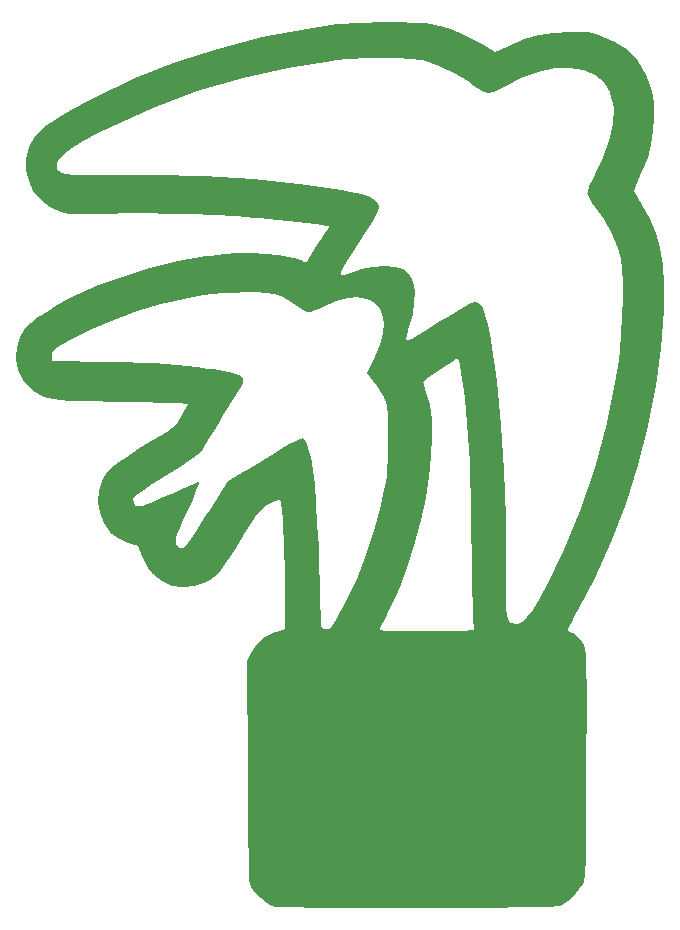
<source format=gto>
G04 #@! TF.GenerationSoftware,KiCad,Pcbnew,(6.0.10-0)*
G04 #@! TF.CreationDate,2023-09-13T21:46:27+02:00*
G04 #@! TF.ProjectId,SwiftLeeds,53776966-744c-4656-9564-732e6b696361,rev?*
G04 #@! TF.SameCoordinates,Original*
G04 #@! TF.FileFunction,Legend,Top*
G04 #@! TF.FilePolarity,Positive*
%FSLAX46Y46*%
G04 Gerber Fmt 4.6, Leading zero omitted, Abs format (unit mm)*
G04 Created by KiCad (PCBNEW (6.0.10-0)) date 2023-09-13 21:46:27*
%MOMM*%
%LPD*%
G01*
G04 APERTURE LIST*
G04 APERTURE END LIST*
G36*
X136331892Y-88789405D02*
G01*
X136324678Y-87734802D01*
X136304319Y-86641949D01*
X136272733Y-85548684D01*
X136231842Y-84492845D01*
X136183567Y-83512267D01*
X136129828Y-82644788D01*
X136072546Y-81928246D01*
X136013641Y-81400477D01*
X135955035Y-81099318D01*
X135939636Y-81061989D01*
X135798642Y-81019939D01*
X135487564Y-81129136D01*
X134983070Y-81397841D01*
X134970111Y-81405324D01*
X134656712Y-81592141D01*
X134401922Y-81769991D01*
X134173747Y-81977921D01*
X133940194Y-82254981D01*
X133669270Y-82640220D01*
X133328980Y-83172688D01*
X132887332Y-83891432D01*
X132754276Y-84109822D01*
X132145546Y-85102365D01*
X131649876Y-85888071D01*
X131242428Y-86497556D01*
X130898361Y-86961438D01*
X130592837Y-87310337D01*
X130301016Y-87574871D01*
X129998057Y-87785657D01*
X129659123Y-87973314D01*
X129592813Y-88006780D01*
X128638113Y-88347147D01*
X127670511Y-88440400D01*
X126734406Y-88294122D01*
X125874198Y-87915895D01*
X125134284Y-87313299D01*
X125061570Y-87232988D01*
X124750223Y-86816197D01*
X124443442Y-86303943D01*
X124184491Y-85781068D01*
X124016634Y-85332409D01*
X123976476Y-85105135D01*
X123864240Y-84904820D01*
X123666216Y-84863523D01*
X123249349Y-84777858D01*
X122721521Y-84556066D01*
X122175031Y-84246647D01*
X121702179Y-83898102D01*
X121545141Y-83748975D01*
X120999890Y-82994302D01*
X120653542Y-82126322D01*
X120507615Y-81201575D01*
X120563629Y-80276603D01*
X120823103Y-79407945D01*
X121287556Y-78652140D01*
X121404652Y-78520055D01*
X121711531Y-78254003D01*
X122241648Y-77865749D01*
X122978223Y-77366478D01*
X123904475Y-76767378D01*
X125003624Y-76079637D01*
X125760000Y-75616403D01*
X126344956Y-75253094D01*
X126751547Y-74969010D01*
X127039709Y-74706945D01*
X127269380Y-74409693D01*
X127500500Y-74020049D01*
X127574952Y-73884180D01*
X128085579Y-72944922D01*
X127300357Y-72868955D01*
X126978793Y-72848742D01*
X126420491Y-72825693D01*
X125663279Y-72800873D01*
X124744986Y-72775351D01*
X123703441Y-72750194D01*
X122576472Y-72726468D01*
X121641081Y-72709276D01*
X120231346Y-72683534D01*
X119066586Y-72656087D01*
X118117198Y-72622142D01*
X117353580Y-72576910D01*
X116746131Y-72515600D01*
X116265247Y-72433420D01*
X115881326Y-72325581D01*
X115564766Y-72187291D01*
X115285965Y-72013760D01*
X115015320Y-71800197D01*
X114787994Y-71600191D01*
X114158503Y-70861720D01*
X113749012Y-70007310D01*
X113562960Y-69086959D01*
X113574758Y-68816398D01*
X116584730Y-68816398D01*
X116587793Y-68849970D01*
X116629730Y-69281621D01*
X121366486Y-69366649D01*
X122878532Y-69397237D01*
X124164278Y-69432322D01*
X125272019Y-69475276D01*
X126250046Y-69529467D01*
X127146655Y-69598268D01*
X128010137Y-69685047D01*
X128888786Y-69793177D01*
X129830896Y-69926026D01*
X130222162Y-69984690D01*
X131186806Y-70139347D01*
X131902267Y-70282371D01*
X132392306Y-70432185D01*
X132680685Y-70607213D01*
X132791166Y-70825879D01*
X132747509Y-71106607D01*
X132573477Y-71467820D01*
X132435083Y-71700504D01*
X132173260Y-72124224D01*
X131816906Y-72698422D01*
X131417157Y-73340802D01*
X131101314Y-73847147D01*
X130698169Y-74499131D01*
X130294159Y-75163530D01*
X129942638Y-75752047D01*
X129741622Y-76097383D01*
X129554273Y-76414939D01*
X129369260Y-76687026D01*
X129155815Y-76938309D01*
X128883171Y-77193457D01*
X128520560Y-77477135D01*
X128037217Y-77814011D01*
X127402374Y-78228751D01*
X126585264Y-78746023D01*
X125912850Y-79167027D01*
X125070395Y-79704179D01*
X124380532Y-80166007D01*
X123865516Y-80536607D01*
X123547604Y-80800075D01*
X123448997Y-80927783D01*
X123498553Y-81218344D01*
X123631809Y-81432340D01*
X123732356Y-81529638D01*
X123848866Y-81586196D01*
X124013947Y-81591903D01*
X124260208Y-81536643D01*
X124620260Y-81410304D01*
X125126710Y-81202770D01*
X125812167Y-80903930D01*
X126709242Y-80503667D01*
X126895984Y-80419944D01*
X127583627Y-80113525D01*
X128180832Y-79851132D01*
X128643939Y-79651649D01*
X128929287Y-79533963D01*
X128999020Y-79510270D01*
X129032261Y-79559184D01*
X129000123Y-79723672D01*
X128892351Y-80030351D01*
X128698687Y-80505840D01*
X128408876Y-81176758D01*
X128013859Y-82067040D01*
X127705229Y-82767450D01*
X127432620Y-83404960D01*
X127218388Y-83925855D01*
X127084888Y-84276420D01*
X127056014Y-84368553D01*
X127059074Y-84766407D01*
X127254225Y-85046995D01*
X127552327Y-85139459D01*
X127658507Y-85124443D01*
X127773153Y-85062665D01*
X127914546Y-84929033D01*
X128100964Y-84698454D01*
X128350686Y-84345833D01*
X128681991Y-83846079D01*
X129113157Y-83174098D01*
X129662465Y-82304797D01*
X129947568Y-81851305D01*
X131457838Y-79446935D01*
X132968108Y-78579524D01*
X133738235Y-78127844D01*
X134611336Y-77601130D01*
X135461456Y-77075979D01*
X135963970Y-76757678D01*
X136681658Y-76309263D01*
X137212199Y-76013258D01*
X137588973Y-75858461D01*
X137845362Y-75833670D01*
X138014748Y-75927682D01*
X138092144Y-76043513D01*
X138300571Y-76603113D01*
X138492631Y-77424663D01*
X138667040Y-78495933D01*
X138822513Y-79804691D01*
X138957764Y-81338707D01*
X139071507Y-83085751D01*
X139162459Y-85033592D01*
X139218978Y-86766442D01*
X139251749Y-87912547D01*
X139285797Y-88972656D01*
X139319825Y-89915278D01*
X139352537Y-90708926D01*
X139382636Y-91322109D01*
X139408826Y-91723339D01*
X139429573Y-91880767D01*
X139612574Y-91978376D01*
X139821561Y-92004324D01*
X140049431Y-91933731D01*
X140295907Y-91694325D01*
X140602967Y-91244671D01*
X140621314Y-91214865D01*
X141527078Y-89582738D01*
X142383734Y-87735772D01*
X143169545Y-85732354D01*
X143862777Y-83630870D01*
X144441695Y-81489708D01*
X144733756Y-80167509D01*
X144848792Y-79550679D01*
X144932541Y-78973134D01*
X144989662Y-78371140D01*
X145024814Y-77680962D01*
X145042657Y-76838867D01*
X145047793Y-75871892D01*
X145047654Y-74936782D01*
X145042063Y-74230692D01*
X145026138Y-73708050D01*
X144995000Y-73323282D01*
X144943766Y-73030814D01*
X144867557Y-72785074D01*
X144761492Y-72540487D01*
X144671045Y-72354059D01*
X144365008Y-71795902D01*
X143999716Y-71217877D01*
X143798178Y-70935670D01*
X143304536Y-70289166D01*
X143866875Y-69078846D01*
X144340839Y-67922243D01*
X144610408Y-66919444D01*
X144678582Y-66044286D01*
X144548362Y-65270605D01*
X144356981Y-64806304D01*
X144020930Y-64416092D01*
X143498344Y-64101776D01*
X142875221Y-63905660D01*
X142436143Y-63861393D01*
X141621686Y-63947122D01*
X140678511Y-64198163D01*
X139679569Y-64593462D01*
X139349521Y-64752277D01*
X138893728Y-64978723D01*
X138562573Y-65105348D01*
X138285013Y-65121607D01*
X137990005Y-65016956D01*
X137606506Y-64780850D01*
X137082017Y-64415731D01*
X136536349Y-64069290D01*
X135990092Y-63810802D01*
X135394009Y-63630920D01*
X134698862Y-63520300D01*
X133855415Y-63469596D01*
X132814430Y-63469463D01*
X132184142Y-63486100D01*
X131104742Y-63531915D01*
X130199961Y-63598672D01*
X129369990Y-63697705D01*
X128515020Y-63840347D01*
X127781550Y-63986053D01*
X125806570Y-64462089D01*
X123803698Y-65065868D01*
X121838465Y-65772630D01*
X119976405Y-66557613D01*
X118283051Y-67396056D01*
X117359967Y-67923773D01*
X116929119Y-68197203D01*
X116689297Y-68397534D01*
X116591001Y-68584141D01*
X116584730Y-68816398D01*
X113574758Y-68816398D01*
X113603786Y-68150666D01*
X113874929Y-67248430D01*
X114379829Y-66430249D01*
X114428374Y-66372314D01*
X114808349Y-66015727D01*
X115394092Y-65577512D01*
X116140157Y-65086924D01*
X117001099Y-64573216D01*
X117931475Y-64065643D01*
X118318806Y-63867923D01*
X120336127Y-62957076D01*
X122548620Y-62134796D01*
X124885221Y-61422420D01*
X127274865Y-60841291D01*
X129646487Y-60412746D01*
X129986612Y-60364272D01*
X131153293Y-60239197D01*
X132363929Y-60172565D01*
X133570289Y-60161952D01*
X134724140Y-60204930D01*
X135777251Y-60299074D01*
X136681389Y-60441957D01*
X137388322Y-60631154D01*
X137669110Y-60750699D01*
X138091357Y-60969052D01*
X139071884Y-59445687D01*
X139431425Y-58879770D01*
X139725373Y-58403025D01*
X139927435Y-58059177D01*
X140011322Y-57891954D01*
X140011341Y-57883241D01*
X139856736Y-57845577D01*
X139474389Y-57784947D01*
X138909675Y-57706797D01*
X138207972Y-57616575D01*
X137414659Y-57519727D01*
X136575112Y-57421699D01*
X135734708Y-57327937D01*
X134938826Y-57243889D01*
X134232842Y-57175001D01*
X133791892Y-57136740D01*
X132151293Y-57023027D01*
X130336236Y-56927865D01*
X128422922Y-56853353D01*
X126487549Y-56801587D01*
X124606317Y-56774667D01*
X122855424Y-56774689D01*
X121497049Y-56798268D01*
X120406872Y-56826090D01*
X119551126Y-56841009D01*
X118889897Y-56841767D01*
X118383268Y-56827105D01*
X117991324Y-56795763D01*
X117674149Y-56746483D01*
X117391826Y-56678005D01*
X117355632Y-56667635D01*
X116411577Y-56261959D01*
X115629814Y-55664741D01*
X115024672Y-54915761D01*
X114610483Y-54054799D01*
X114401576Y-53121634D01*
X114407090Y-52624290D01*
X117339182Y-52624290D01*
X117403904Y-52960055D01*
X117434559Y-53026366D01*
X117507338Y-53151495D01*
X117610526Y-53242240D01*
X117787576Y-53306455D01*
X118081944Y-53351994D01*
X118537084Y-53386713D01*
X119196452Y-53418467D01*
X119722521Y-53439936D01*
X120440447Y-53463348D01*
X121370832Y-53485709D01*
X122451539Y-53505977D01*
X123620432Y-53523112D01*
X124815376Y-53536070D01*
X125897297Y-53543468D01*
X127611975Y-53558250D01*
X129126532Y-53588289D01*
X130515213Y-53637641D01*
X131852262Y-53710362D01*
X133211925Y-53810509D01*
X134668447Y-53942140D01*
X136296073Y-54109309D01*
X136340272Y-54114051D01*
X137985403Y-54302913D01*
X139479574Y-54498995D01*
X140803936Y-54698821D01*
X141939642Y-54898913D01*
X142867845Y-55095796D01*
X143569698Y-55285993D01*
X144026353Y-55466026D01*
X144163719Y-55557214D01*
X144360767Y-55769345D01*
X144467304Y-55995934D01*
X144472062Y-56269924D01*
X144363771Y-56624259D01*
X144131163Y-57091880D01*
X143762968Y-57705731D01*
X143247919Y-58498755D01*
X143061846Y-58778378D01*
X142413355Y-59761012D01*
X141919895Y-60535576D01*
X141573769Y-61115183D01*
X141367284Y-61512948D01*
X141292743Y-61741985D01*
X141296896Y-61786133D01*
X141437723Y-61801835D01*
X141775958Y-61736439D01*
X142251152Y-61603246D01*
X142510270Y-61519096D01*
X143590380Y-61233498D01*
X144620689Y-61113770D01*
X145546403Y-61161920D01*
X146312215Y-61379723D01*
X146867835Y-61775646D01*
X147256919Y-62367505D01*
X147475031Y-63129594D01*
X147517735Y-64036205D01*
X147380598Y-65061632D01*
X147113604Y-66024337D01*
X146950178Y-66543341D01*
X146842865Y-66960178D01*
X146807251Y-67210354D01*
X146817315Y-67250107D01*
X146938713Y-67261658D01*
X147191157Y-67165701D01*
X147592584Y-66951887D01*
X148160932Y-66609865D01*
X148914139Y-66129286D01*
X149870142Y-65499799D01*
X149995837Y-65416099D01*
X150801604Y-64888981D01*
X151422998Y-64513029D01*
X151896600Y-64276373D01*
X152258990Y-64167139D01*
X152546748Y-64173456D01*
X152796455Y-64283451D01*
X152997601Y-64441892D01*
X153171009Y-64644816D01*
X153313668Y-64938800D01*
X153445676Y-65380383D01*
X153587128Y-66026101D01*
X153619817Y-66192432D01*
X154068503Y-68797718D01*
X154437181Y-71580306D01*
X154727107Y-74556608D01*
X154939539Y-77743035D01*
X155075736Y-81156001D01*
X155136955Y-84811915D01*
X155140916Y-86038756D01*
X155143825Y-87422907D01*
X155152523Y-88551292D01*
X155167636Y-89442692D01*
X155189786Y-90115885D01*
X155219598Y-90589653D01*
X155257697Y-90882776D01*
X155304707Y-91014033D01*
X155306378Y-91015783D01*
X155628786Y-91166924D01*
X156047908Y-91159221D01*
X156446293Y-91005692D01*
X156607104Y-90871621D01*
X156924554Y-90453991D01*
X157327670Y-89823367D01*
X157795559Y-89019828D01*
X158307325Y-88083457D01*
X158842074Y-87054334D01*
X159378914Y-85972539D01*
X159896949Y-84878154D01*
X160375287Y-83811259D01*
X160740423Y-82942702D01*
X161913748Y-79789083D01*
X162897849Y-76601563D01*
X163685090Y-73416240D01*
X164267834Y-70269212D01*
X164638443Y-67196575D01*
X164789281Y-64234428D01*
X164792496Y-63789729D01*
X164771252Y-62435598D01*
X164692442Y-61294888D01*
X164538464Y-60309347D01*
X164291715Y-59420725D01*
X163934596Y-58570773D01*
X163449503Y-57701238D01*
X162818835Y-56753872D01*
X162555294Y-56386026D01*
X162209500Y-55894970D01*
X161935237Y-55476733D01*
X161767410Y-55186243D01*
X161731892Y-55090238D01*
X161791890Y-54910747D01*
X161955240Y-54542253D01*
X162196974Y-54038523D01*
X162491280Y-53454960D01*
X163075768Y-52250368D01*
X163500021Y-51199117D01*
X163781148Y-50244898D01*
X163936259Y-49331405D01*
X163981743Y-48549729D01*
X163945847Y-47584537D01*
X163796944Y-46819485D01*
X163514173Y-46196040D01*
X163076674Y-45655669D01*
X162887387Y-45479073D01*
X162132866Y-44993779D01*
X161216572Y-44707809D01*
X160162793Y-44618538D01*
X158995818Y-44723340D01*
X157739937Y-45019591D01*
X156419437Y-45504667D01*
X155058609Y-46175942D01*
X154736512Y-46359886D01*
X154275820Y-46602921D01*
X153864775Y-46773371D01*
X153608249Y-46832358D01*
X153366404Y-46754138D01*
X152969110Y-46544074D01*
X152478751Y-46237508D01*
X152121081Y-45989864D01*
X151101525Y-45299377D01*
X150150712Y-44764118D01*
X149210255Y-44366894D01*
X148221766Y-44090509D01*
X147126857Y-43917772D01*
X145867140Y-43831487D01*
X144729274Y-43813139D01*
X142169239Y-43909650D01*
X139458016Y-44192977D01*
X136637191Y-44654388D01*
X133748352Y-45285150D01*
X130833085Y-46076530D01*
X127932978Y-47019794D01*
X125965946Y-47753276D01*
X125087301Y-48117392D01*
X124083267Y-48564279D01*
X123007168Y-49067433D01*
X121912327Y-49600348D01*
X120852066Y-50136519D01*
X119879708Y-50649441D01*
X119048577Y-51112608D01*
X118411996Y-51499514D01*
X118358399Y-51534778D01*
X117793507Y-51948660D01*
X117461409Y-52299495D01*
X117339182Y-52624290D01*
X114407090Y-52624290D01*
X114412282Y-52156048D01*
X114656933Y-51197820D01*
X115088722Y-50374974D01*
X115514213Y-49885475D01*
X116175805Y-49331648D01*
X117079390Y-48709565D01*
X118230861Y-48015298D01*
X119636111Y-47244916D01*
X120307106Y-46895817D01*
X123603454Y-45345343D01*
X127074578Y-43982890D01*
X130685843Y-42818856D01*
X134402615Y-41863639D01*
X138190260Y-41127640D01*
X140725405Y-40765390D01*
X141335630Y-40709763D01*
X142154982Y-40662870D01*
X143118067Y-40627117D01*
X144159491Y-40604909D01*
X145213860Y-40598650D01*
X145256216Y-40598768D01*
X146297112Y-40604735D01*
X147111120Y-40617603D01*
X147745926Y-40640892D01*
X148249214Y-40678122D01*
X148668671Y-40732810D01*
X149051983Y-40808477D01*
X149443784Y-40907809D01*
X150344852Y-41201419D01*
X151337656Y-41603467D01*
X152316248Y-42066029D01*
X153174682Y-42541180D01*
X153464388Y-42726531D01*
X154086346Y-43146285D01*
X155271453Y-42595661D01*
X156587354Y-42049193D01*
X157822371Y-41685969D01*
X159076961Y-41483036D01*
X160427568Y-41417531D01*
X161235370Y-41425006D01*
X161856156Y-41462306D01*
X162376787Y-41539440D01*
X162884128Y-41666418D01*
X163065095Y-41721487D01*
X164298409Y-42244568D01*
X165358960Y-42977758D01*
X166232967Y-43907277D01*
X166906650Y-45019344D01*
X167255810Y-45912202D01*
X167395889Y-46407739D01*
X167486114Y-46880200D01*
X167535410Y-47411354D01*
X167552701Y-48082968D01*
X167551147Y-48618378D01*
X167492221Y-49833043D01*
X167325392Y-50946543D01*
X167029634Y-52047829D01*
X166583925Y-53225854D01*
X166321638Y-53820453D01*
X165836535Y-54881688D01*
X166576784Y-56060769D01*
X167218199Y-57216670D01*
X167715786Y-58429077D01*
X168077450Y-59736251D01*
X168311096Y-61176448D01*
X168424631Y-62787928D01*
X168425960Y-64608949D01*
X168415078Y-64956756D01*
X168187048Y-68147532D01*
X167733956Y-71431249D01*
X167068468Y-74763411D01*
X166203246Y-78099521D01*
X165150955Y-81395085D01*
X163924259Y-84605606D01*
X162535821Y-87686589D01*
X161240061Y-90166546D01*
X160888208Y-90811264D01*
X160601487Y-91367014D01*
X160399772Y-91792704D01*
X160302938Y-92047237D01*
X160304457Y-92101129D01*
X160890032Y-92424045D01*
X161383510Y-92925634D01*
X161607538Y-93305933D01*
X161659572Y-93431764D01*
X161704302Y-93570271D01*
X161742187Y-93741665D01*
X161773686Y-93966156D01*
X161799255Y-94263955D01*
X161819354Y-94655272D01*
X161834440Y-95160318D01*
X161844970Y-95799303D01*
X161851404Y-96592438D01*
X161854199Y-97559934D01*
X161853812Y-98722000D01*
X161850703Y-100098847D01*
X161845329Y-101710686D01*
X161838469Y-103496595D01*
X161831011Y-105349744D01*
X161823927Y-106948373D01*
X161816553Y-108312555D01*
X161808226Y-109462364D01*
X161798281Y-110417872D01*
X161786056Y-111199152D01*
X161770888Y-111826277D01*
X161752113Y-112319321D01*
X161729068Y-112698356D01*
X161701090Y-112983455D01*
X161667514Y-113194691D01*
X161627679Y-113352137D01*
X161580920Y-113475866D01*
X161526575Y-113585952D01*
X161503653Y-113628648D01*
X160988910Y-114348425D01*
X160303790Y-114978563D01*
X159809730Y-115295169D01*
X159714917Y-115340134D01*
X159598571Y-115379569D01*
X159442917Y-115413877D01*
X159230182Y-115443458D01*
X158942591Y-115468713D01*
X158562370Y-115490045D01*
X158071746Y-115507854D01*
X157452944Y-115522541D01*
X156688190Y-115534509D01*
X155759710Y-115544159D01*
X154649731Y-115551891D01*
X153340477Y-115558107D01*
X151814175Y-115563209D01*
X150053052Y-115567598D01*
X148039332Y-115571675D01*
X147521622Y-115572642D01*
X145209597Y-115575632D01*
X143163136Y-115575483D01*
X141373225Y-115572100D01*
X139830850Y-115565386D01*
X138526998Y-115555243D01*
X137452654Y-115541575D01*
X136598804Y-115524286D01*
X135956436Y-115503277D01*
X135516534Y-115478453D01*
X135270085Y-115449717D01*
X135233513Y-115440638D01*
X134758257Y-115192915D01*
X134252644Y-114780349D01*
X133792311Y-114281202D01*
X133452892Y-113773732D01*
X133332094Y-113473216D01*
X133305249Y-113232822D01*
X133279253Y-112736127D01*
X133254450Y-112001425D01*
X133231182Y-111047011D01*
X133209792Y-109891177D01*
X133190625Y-108552218D01*
X133174023Y-107048427D01*
X133160329Y-105398097D01*
X133150821Y-103811892D01*
X133105405Y-94681621D01*
X133426394Y-94029826D01*
X133940728Y-93274832D01*
X134643103Y-92658417D01*
X135459883Y-92242514D01*
X135607395Y-92195456D01*
X136035877Y-92070893D01*
X144295135Y-92070893D01*
X144426801Y-92088723D01*
X144799278Y-92104904D01*
X145378785Y-92118848D01*
X146131540Y-92129966D01*
X147023761Y-92137672D01*
X148021668Y-92141377D01*
X148360095Y-92141621D01*
X149522838Y-92140788D01*
X150439060Y-92137151D01*
X151136830Y-92129004D01*
X151644221Y-92114641D01*
X151989302Y-92092356D01*
X152200144Y-92060443D01*
X152304818Y-92017196D01*
X152331395Y-91960909D01*
X152313462Y-91901351D01*
X152290303Y-91721213D01*
X152265216Y-91292999D01*
X152238935Y-90643217D01*
X152212190Y-89798374D01*
X152185714Y-88784975D01*
X152160239Y-87629527D01*
X152136497Y-86358537D01*
X152115219Y-84998512D01*
X152107790Y-84452973D01*
X152079443Y-82507269D01*
X152047243Y-80799566D01*
X152009134Y-79293277D01*
X151963057Y-77951812D01*
X151906954Y-76738585D01*
X151838766Y-75617008D01*
X151756436Y-74550492D01*
X151657906Y-73502450D01*
X151541118Y-72436294D01*
X151404012Y-71315437D01*
X151341668Y-70833255D01*
X151247292Y-70176781D01*
X151152946Y-69631779D01*
X151068631Y-69249108D01*
X151004346Y-69079627D01*
X150996077Y-69075675D01*
X150813193Y-69147123D01*
X150468783Y-69337924D01*
X150016578Y-69612765D01*
X149510310Y-69936335D01*
X149003713Y-70273321D01*
X148550516Y-70588410D01*
X148204453Y-70846290D01*
X148019255Y-71011648D01*
X148002231Y-71043224D01*
X148048345Y-71252871D01*
X148167088Y-71623538D01*
X148279167Y-71932227D01*
X148576803Y-73002897D01*
X148746330Y-74283199D01*
X148792263Y-75742323D01*
X148719120Y-77349459D01*
X148531416Y-79073797D01*
X148233670Y-80884527D01*
X147830397Y-82750839D01*
X147326114Y-84641924D01*
X146725339Y-86526971D01*
X146032586Y-88375170D01*
X145779424Y-88983783D01*
X145476678Y-89673619D01*
X145166927Y-90346964D01*
X144888830Y-90921507D01*
X144700193Y-91281433D01*
X144485092Y-91673976D01*
X144338205Y-91962828D01*
X144295135Y-92070893D01*
X136035877Y-92070893D01*
X136331892Y-91984839D01*
X136331892Y-88789405D01*
G37*
%LPC*%
G36*
X145857352Y-43657152D02*
G01*
X147025418Y-43718365D01*
X147949193Y-43819926D01*
X148284703Y-43884006D01*
X149399807Y-44257781D01*
X150619208Y-44852459D01*
X151806039Y-45596437D01*
X152365048Y-46018671D01*
X152975535Y-46450771D01*
X153491864Y-46619042D01*
X154032993Y-46527095D01*
X154717879Y-46178538D01*
X154856756Y-46094275D01*
X156318151Y-45320874D01*
X157766074Y-44788904D01*
X159159215Y-44496082D01*
X160456265Y-44440125D01*
X161615916Y-44618749D01*
X162596859Y-45029670D01*
X163357783Y-45670604D01*
X163857381Y-46539270D01*
X163876199Y-46592855D01*
X164144176Y-47841426D01*
X164116969Y-49182114D01*
X163788696Y-50648997D01*
X163153474Y-52276155D01*
X162754300Y-53092262D01*
X162387954Y-53834786D01*
X162101078Y-54479440D01*
X161933046Y-54934355D01*
X161905535Y-55072600D01*
X162019791Y-55403879D01*
X162312323Y-55885009D01*
X162549337Y-56199680D01*
X163320179Y-57289093D01*
X163995720Y-58513054D01*
X164508380Y-59735712D01*
X164760210Y-60644068D01*
X164862272Y-61483801D01*
X164913592Y-62616515D01*
X164917240Y-63959924D01*
X164876289Y-65431741D01*
X164793810Y-66949681D01*
X164672874Y-68431460D01*
X164516553Y-69794790D01*
X164387199Y-70637552D01*
X163585588Y-74507418D01*
X162553099Y-78310366D01*
X161314632Y-81971534D01*
X159895088Y-85416061D01*
X158586782Y-88076358D01*
X157881447Y-89356764D01*
X157299442Y-90316752D01*
X156818543Y-90985950D01*
X156416527Y-91393990D01*
X156071170Y-91570502D01*
X155956660Y-91583074D01*
X155494781Y-91459960D01*
X155253092Y-91276920D01*
X155168675Y-91095180D01*
X155106799Y-90754011D01*
X155065676Y-90211442D01*
X155043521Y-89425504D01*
X155038545Y-88354228D01*
X155048961Y-86955643D01*
X155053319Y-86585502D01*
X155038042Y-82540852D01*
X154895744Y-78541041D01*
X154631861Y-74664811D01*
X154251827Y-70990903D01*
X153761080Y-67598057D01*
X153729954Y-67415164D01*
X153506179Y-66221666D01*
X153293278Y-65359785D01*
X153070918Y-64783317D01*
X152818768Y-64446061D01*
X152516495Y-64301815D01*
X152353553Y-64287552D01*
X152045381Y-64388946D01*
X151491654Y-64668313D01*
X150758922Y-65088424D01*
X149913735Y-65612053D01*
X149473255Y-65898746D01*
X148404806Y-66594411D01*
X147611744Y-67082359D01*
X147063110Y-67378189D01*
X146727944Y-67497504D01*
X146575285Y-67455902D01*
X146557992Y-67367775D01*
X146619946Y-67124305D01*
X146773781Y-66641747D01*
X146930908Y-66183074D01*
X147156886Y-65302737D01*
X147277611Y-64323071D01*
X147287962Y-63374597D01*
X147182820Y-62587837D01*
X147083557Y-62291957D01*
X146744855Y-61836059D01*
X146334761Y-61524829D01*
X145663883Y-61326874D01*
X144764298Y-61263384D01*
X143760420Y-61330886D01*
X142776663Y-61525907D01*
X142430876Y-61633820D01*
X141833290Y-61835766D01*
X141382326Y-61973284D01*
X141203522Y-62012925D01*
X141083439Y-61956555D01*
X141094686Y-61763521D01*
X141255514Y-61397933D01*
X141584174Y-60823901D01*
X142098917Y-60005536D01*
X142665983Y-59137114D01*
X143253762Y-58215904D01*
X143738318Y-57398385D01*
X144085728Y-56745763D01*
X144262073Y-56319246D01*
X144277177Y-56229880D01*
X144210243Y-55891955D01*
X143978146Y-55616439D01*
X143533941Y-55382391D01*
X142830681Y-55168872D01*
X141821421Y-54954941D01*
X141149565Y-54834774D01*
X137519983Y-54303913D01*
X133603545Y-53903417D01*
X129471151Y-53638228D01*
X125193700Y-53513288D01*
X122167316Y-53511741D01*
X120618177Y-53525665D01*
X119407762Y-53523405D01*
X118495790Y-53497450D01*
X117841982Y-53440285D01*
X117406056Y-53344397D01*
X117147730Y-53202274D01*
X117026725Y-53006400D01*
X117002760Y-52749264D01*
X117019459Y-52551538D01*
X117174323Y-52191719D01*
X117576264Y-51771834D01*
X118248115Y-51276366D01*
X119212708Y-50689801D01*
X120492877Y-49996622D01*
X121625684Y-49421381D01*
X125151872Y-47829420D01*
X128884060Y-46447269D01*
X132724208Y-45303941D01*
X136574279Y-44428445D01*
X140336233Y-43849793D01*
X140526049Y-43828536D01*
X141779342Y-43721980D01*
X143145119Y-43658322D01*
X144534187Y-43636926D01*
X145857352Y-43657152D01*
G37*
M02*

</source>
